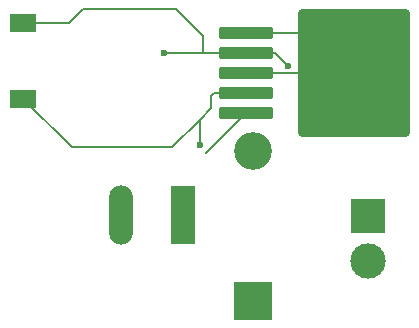
<source format=gbr>
G04 #@! TF.GenerationSoftware,KiCad,Pcbnew,9.0.1*
G04 #@! TF.CreationDate,2026-02-11T02:11:43+05:30*
G04 #@! TF.ProjectId,kicadfiles.txt,6b696361-6466-4696-9c65-732e7478742e,rev?*
G04 #@! TF.SameCoordinates,Original*
G04 #@! TF.FileFunction,Copper,L2,Bot*
G04 #@! TF.FilePolarity,Positive*
%FSLAX46Y46*%
G04 Gerber Fmt 4.6, Leading zero omitted, Abs format (unit mm)*
G04 Created by KiCad (PCBNEW 9.0.1) date 2026-02-11 02:11:43*
%MOMM*%
%LPD*%
G01*
G04 APERTURE LIST*
G04 Aperture macros list*
%AMRoundRect*
0 Rectangle with rounded corners*
0 $1 Rounding radius*
0 $2 $3 $4 $5 $6 $7 $8 $9 X,Y pos of 4 corners*
0 Add a 4 corners polygon primitive as box body*
4,1,4,$2,$3,$4,$5,$6,$7,$8,$9,$2,$3,0*
0 Add four circle primitives for the rounded corners*
1,1,$1+$1,$2,$3*
1,1,$1+$1,$4,$5*
1,1,$1+$1,$6,$7*
1,1,$1+$1,$8,$9*
0 Add four rect primitives between the rounded corners*
20,1,$1+$1,$2,$3,$4,$5,0*
20,1,$1+$1,$4,$5,$6,$7,0*
20,1,$1+$1,$6,$7,$8,$9,0*
20,1,$1+$1,$8,$9,$2,$3,0*%
G04 Aperture macros list end*
G04 #@! TA.AperFunction,ComponentPad*
%ADD10R,3.000000X3.000000*%
G04 #@! TD*
G04 #@! TA.AperFunction,ComponentPad*
%ADD11C,3.000000*%
G04 #@! TD*
G04 #@! TA.AperFunction,ComponentPad*
%ADD12R,2.020000X5.020000*%
G04 #@! TD*
G04 #@! TA.AperFunction,ComponentPad*
%ADD13O,2.020000X5.020000*%
G04 #@! TD*
G04 #@! TA.AperFunction,ComponentPad*
%ADD14R,3.200000X3.200000*%
G04 #@! TD*
G04 #@! TA.AperFunction,ComponentPad*
%ADD15O,3.200000X3.200000*%
G04 #@! TD*
G04 #@! TA.AperFunction,SMDPad,CuDef*
%ADD16RoundRect,0.250000X-2.050000X-0.300000X2.050000X-0.300000X2.050000X0.300000X-2.050000X0.300000X0*%
G04 #@! TD*
G04 #@! TA.AperFunction,SMDPad,CuDef*
%ADD17RoundRect,0.250002X-4.449998X-5.149998X4.449998X-5.149998X4.449998X5.149998X-4.449998X5.149998X0*%
G04 #@! TD*
G04 #@! TA.AperFunction,SMDPad,CuDef*
%ADD18R,2.200000X1.500000*%
G04 #@! TD*
G04 #@! TA.AperFunction,ViaPad*
%ADD19C,0.600000*%
G04 #@! TD*
G04 #@! TA.AperFunction,Conductor*
%ADD20C,0.200000*%
G04 #@! TD*
G04 APERTURE END LIST*
D10*
X162230000Y-83842500D03*
D11*
X162230000Y-87722500D03*
D12*
X146500000Y-83800000D03*
D13*
X141320000Y-83800000D03*
D14*
X152480000Y-91100000D03*
D15*
X152480000Y-78400000D03*
D16*
X151830000Y-75150000D03*
X151830000Y-73450000D03*
X151830000Y-71750000D03*
D17*
X160980000Y-71750000D03*
D16*
X151830000Y-70050000D03*
X151830000Y-68350000D03*
D18*
X132980000Y-73950000D03*
X132980000Y-67550000D03*
D19*
X144950000Y-70120000D03*
X155390000Y-71150000D03*
X147960000Y-77860000D03*
D20*
X151830000Y-75150000D02*
X148440000Y-78540000D01*
X147250000Y-83050000D02*
X146500000Y-83800000D01*
X145930000Y-66351000D02*
X148260000Y-68681000D01*
X132980000Y-67550000D02*
X136870000Y-67550000D01*
X154290000Y-70050000D02*
X151830000Y-70050000D01*
X144950000Y-70120000D02*
X145020000Y-70050000D01*
X148260000Y-70050000D02*
X151830000Y-70050000D01*
X138069000Y-66351000D02*
X145930000Y-66351000D01*
X148260000Y-68681000D02*
X148260000Y-70050000D01*
X136870000Y-67550000D02*
X138069000Y-66351000D01*
X155390000Y-71150000D02*
X154290000Y-70050000D01*
X145020000Y-70050000D02*
X148260000Y-70050000D01*
X148880000Y-74760000D02*
X148880000Y-73700000D01*
X148880000Y-73700000D02*
X149130000Y-73450000D01*
X132980000Y-73950000D02*
X137100000Y-78070000D01*
X145570000Y-78070000D02*
X147930000Y-75710000D01*
X149130000Y-73450000D02*
X151830000Y-73450000D01*
X147960000Y-77860000D02*
X147960000Y-75740000D01*
X147930000Y-75710000D02*
X148880000Y-74760000D01*
X137100000Y-78070000D02*
X145570000Y-78070000D01*
X147960000Y-75740000D02*
X147930000Y-75710000D01*
X157580000Y-68350000D02*
X160980000Y-71750000D01*
X151830000Y-71750000D02*
X160980000Y-71750000D01*
X151830000Y-68350000D02*
X157580000Y-68350000D01*
M02*

</source>
